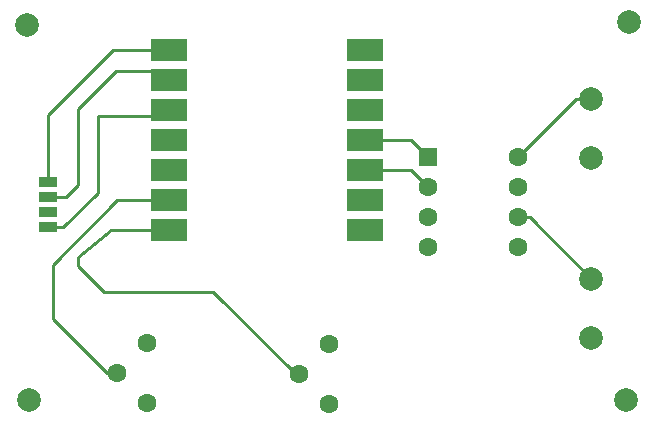
<source format=gtl>
G04 Layer: TopLayer*
G04 EasyEDA v6.5.50, 2025-05-02 13:44:32*
G04 9c8b662e0eda49d2b6f133a678b52552,4ea17189a5af4923b0f09c00d4425dfb,10*
G04 Gerber Generator version 0.2*
G04 Scale: 100 percent, Rotated: No, Reflected: No *
G04 Dimensions in millimeters *
G04 leading zeros omitted , absolute positions ,4 integer and 5 decimal *
%FSLAX45Y45*%
%MOMM*%

%AMMACRO1*21,1,$1,$2,0,0,$3*%
%ADD10C,0.2540*%
%ADD11MACRO1,1.9X3X-90.0000*%
%ADD12R,1.6002X1.6002*%
%ADD13C,1.6002*%
%ADD14C,2.0000*%
%ADD15C,1.6000*%
%ADD16R,1.6002X0.8890*%
%ADD17R,0.0197X0.8890*%

%LPD*%
D10*
X3314700Y3263900D02*
G01*
X3289300Y3263900D01*
X2590800Y3962400D01*
X1663700Y3962400D01*
X1447800Y4178300D01*
X1447800Y4254500D01*
X1727200Y4483100D01*
X1803400Y4483100D01*
X2218004Y4483100D01*
X1778000Y3276600D02*
G01*
X1689100Y3276600D01*
X1231900Y3733800D01*
X1231900Y4191000D01*
X1778000Y4737100D01*
X2218004Y4737100D01*
X1193800Y4508500D02*
G01*
X1320800Y4508500D01*
X1612900Y4800600D01*
X1612900Y5448300D01*
X2167204Y5448300D01*
X2218004Y5499100D01*
X1193800Y4762500D02*
G01*
X1346200Y4762500D01*
X1447800Y4864100D01*
X1447800Y5511800D01*
X1765300Y5829300D01*
X2141804Y5829300D01*
X2218004Y5753100D01*
X2217927Y6007100D02*
G01*
X1739900Y6007100D01*
X1193800Y5461000D01*
X1193800Y4889500D01*
X5791200Y5597144D02*
G01*
X5660643Y5597144D01*
X5168900Y5105400D01*
X5168900Y4597400D02*
G01*
X5266943Y4597400D01*
X5791200Y4073144D01*
X4406900Y5105400D02*
G01*
X4267200Y5245100D01*
X3877995Y5245100D01*
X4406900Y4851400D02*
G01*
X4267200Y4991100D01*
X3877995Y4991100D01*
D11*
G01*
X2218001Y6007096D03*
G01*
X2218001Y5753098D03*
G01*
X2218001Y5499098D03*
G01*
X2218001Y5245098D03*
G01*
X2218001Y4991098D03*
G01*
X2218001Y4737098D03*
G01*
X2218001Y4483101D03*
G01*
X3877995Y4483101D03*
G01*
X3877995Y4737098D03*
G01*
X3877995Y4991098D03*
G01*
X3877995Y5245098D03*
G01*
X3877995Y5499098D03*
G01*
X3877995Y5753098D03*
G01*
X3877995Y6007096D03*
D12*
G01*
X4406900Y5105400D03*
D13*
G01*
X4406900Y4851400D03*
G01*
X4406900Y4597400D03*
G01*
X4406900Y4343400D03*
G01*
X5168900Y4343400D03*
G01*
X5168900Y4597400D03*
G01*
X5168900Y4851400D03*
G01*
X5168900Y5105400D03*
D14*
G01*
X1016000Y6223000D03*
G01*
X1028700Y3048000D03*
G01*
X6108700Y6248400D03*
G01*
X6083300Y3048000D03*
D15*
G01*
X1778000Y3276600D03*
G01*
X2032000Y3022600D03*
G01*
X2032000Y3530600D03*
G01*
X3314700Y3263900D03*
G01*
X3568700Y3009900D03*
G01*
X3568700Y3517900D03*
D14*
G01*
X5791200Y5597144D03*
G01*
X5791200Y5096255D03*
G01*
X5791200Y4073144D03*
G01*
X5791200Y3572255D03*
D16*
G01*
X1193800Y4635500D03*
G01*
X1193800Y4508500D03*
G01*
X1193800Y4762500D03*
G01*
X1193800Y4889500D03*
D15*
G01*
X2218004Y6007100D03*
G01*
X2218004Y5753100D03*
G01*
X2218004Y5499100D03*
G01*
X2218004Y4991100D03*
G01*
X2218004Y4737100D03*
G01*
X2218004Y4483100D03*
G01*
X3877995Y6007100D03*
G01*
X3877995Y5753100D03*
G01*
X3877995Y5499100D03*
G01*
X3877995Y5245100D03*
G01*
X3877995Y4991100D03*
G01*
X3877995Y4737100D03*
G01*
X3877995Y4483100D03*
G01*
X2218004Y5245100D03*
M02*

</source>
